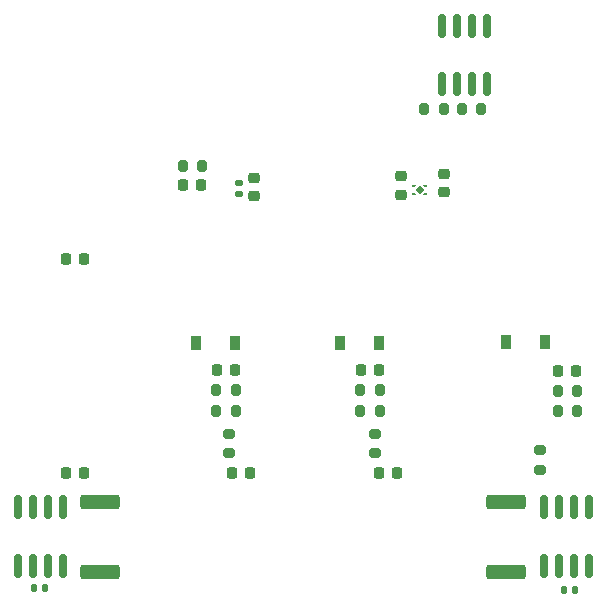
<source format=gbp>
G04 #@! TF.GenerationSoftware,KiCad,Pcbnew,(6.0.2)*
G04 #@! TF.CreationDate,2022-07-31T17:20:06+02:00*
G04 #@! TF.ProjectId,progetto_motor_controller,70726f67-6574-4746-9f5f-6d6f746f725f,rev?*
G04 #@! TF.SameCoordinates,Original*
G04 #@! TF.FileFunction,Paste,Bot*
G04 #@! TF.FilePolarity,Positive*
%FSLAX46Y46*%
G04 Gerber Fmt 4.6, Leading zero omitted, Abs format (unit mm)*
G04 Created by KiCad (PCBNEW (6.0.2)) date 2022-07-31 17:20:06*
%MOMM*%
%LPD*%
G01*
G04 APERTURE LIST*
G04 Aperture macros list*
%AMRoundRect*
0 Rectangle with rounded corners*
0 $1 Rounding radius*
0 $2 $3 $4 $5 $6 $7 $8 $9 X,Y pos of 4 corners*
0 Add a 4 corners polygon primitive as box body*
4,1,4,$2,$3,$4,$5,$6,$7,$8,$9,$2,$3,0*
0 Add four circle primitives for the rounded corners*
1,1,$1+$1,$2,$3*
1,1,$1+$1,$4,$5*
1,1,$1+$1,$6,$7*
1,1,$1+$1,$8,$9*
0 Add four rect primitives between the rounded corners*
20,1,$1+$1,$2,$3,$4,$5,0*
20,1,$1+$1,$4,$5,$6,$7,0*
20,1,$1+$1,$6,$7,$8,$9,0*
20,1,$1+$1,$8,$9,$2,$3,0*%
%AMRotRect*
0 Rectangle, with rotation*
0 The origin of the aperture is its center*
0 $1 length*
0 $2 width*
0 $3 Rotation angle, in degrees counterclockwise*
0 Add horizontal line*
21,1,$1,$2,0,0,$3*%
%AMFreePoly0*
4,1,6,0.270000,-0.070500,0.270000,-0.105000,-0.090000,-0.105000,-0.090000,0.105000,0.090000,0.105000,0.270000,-0.070500,0.270000,-0.070500,$1*%
%AMFreePoly1*
4,1,6,0.090000,-0.105000,-0.270000,-0.105000,-0.270000,-0.070500,-0.090000,0.105000,0.090000,0.105000,0.090000,-0.105000,0.090000,-0.105000,$1*%
G04 Aperture macros list end*
%ADD10RoundRect,0.225000X0.225000X0.250000X-0.225000X0.250000X-0.225000X-0.250000X0.225000X-0.250000X0*%
%ADD11RoundRect,0.225000X0.250000X-0.225000X0.250000X0.225000X-0.250000X0.225000X-0.250000X-0.225000X0*%
%ADD12RoundRect,0.250000X1.425000X-0.362500X1.425000X0.362500X-1.425000X0.362500X-1.425000X-0.362500X0*%
%ADD13R,0.900000X1.200000*%
%ADD14RoundRect,0.150000X-0.150000X0.825000X-0.150000X-0.825000X0.150000X-0.825000X0.150000X0.825000X0*%
%ADD15RoundRect,0.200000X-0.200000X-0.275000X0.200000X-0.275000X0.200000X0.275000X-0.200000X0.275000X0*%
%ADD16RoundRect,0.200000X0.200000X0.275000X-0.200000X0.275000X-0.200000X-0.275000X0.200000X-0.275000X0*%
%ADD17RoundRect,0.200000X0.275000X-0.200000X0.275000X0.200000X-0.275000X0.200000X-0.275000X-0.200000X0*%
%ADD18FreePoly0,0.000000*%
%ADD19FreePoly1,180.000000*%
%ADD20FreePoly0,180.000000*%
%ADD21FreePoly1,0.000000*%
%ADD22RotRect,0.480000X0.480000X315.000000*%
%ADD23RoundRect,0.150000X0.150000X-0.825000X0.150000X0.825000X-0.150000X0.825000X-0.150000X-0.825000X0*%
%ADD24RoundRect,0.225000X-0.225000X-0.250000X0.225000X-0.250000X0.225000X0.250000X-0.225000X0.250000X0*%
%ADD25RoundRect,0.140000X0.140000X0.170000X-0.140000X0.170000X-0.140000X-0.170000X0.140000X-0.170000X0*%
%ADD26RoundRect,0.140000X-0.140000X-0.170000X0.140000X-0.170000X0.140000X0.170000X-0.140000X0.170000X0*%
%ADD27RoundRect,0.140000X0.170000X-0.140000X0.170000X0.140000X-0.170000X0.140000X-0.170000X-0.140000X0*%
G04 APERTURE END LIST*
D10*
X122475000Y-116400000D03*
X120925000Y-116400000D03*
D11*
X128000000Y-101375000D03*
X128000000Y-99825000D03*
D12*
X98800000Y-133512500D03*
X98800000Y-127587500D03*
D10*
X123975000Y-125150000D03*
X122425000Y-125150000D03*
D13*
X110250000Y-114150000D03*
X106950000Y-114150000D03*
X136550000Y-114050000D03*
X133250000Y-114050000D03*
D11*
X111900000Y-101725000D03*
X111900000Y-100175000D03*
D14*
X136395000Y-128075000D03*
X137665000Y-128075000D03*
X138935000Y-128075000D03*
X140205000Y-128075000D03*
X140205000Y-133025000D03*
X138935000Y-133025000D03*
X137665000Y-133025000D03*
X136395000Y-133025000D03*
D15*
X105825000Y-99150000D03*
X107475000Y-99150000D03*
D16*
X122525000Y-119900000D03*
X120875000Y-119900000D03*
D15*
X129475000Y-94350000D03*
X131125000Y-94350000D03*
D10*
X139175000Y-116550000D03*
X137625000Y-116550000D03*
X111550000Y-125150000D03*
X110000000Y-125150000D03*
D17*
X109800000Y-123475000D03*
X109800000Y-121825000D03*
D15*
X126275000Y-94350000D03*
X127925000Y-94350000D03*
D16*
X110325000Y-119900000D03*
X108675000Y-119900000D03*
D11*
X124300000Y-101600000D03*
X124300000Y-100050000D03*
D18*
X125380000Y-101525000D03*
D19*
X125380000Y-100875000D03*
D20*
X126420000Y-100875000D03*
D21*
X126420000Y-101525000D03*
D22*
X125900000Y-101200000D03*
D15*
X137575000Y-119950000D03*
X139225000Y-119950000D03*
D16*
X122525000Y-118150000D03*
X120875000Y-118150000D03*
D12*
X133200000Y-133512500D03*
X133200000Y-127587500D03*
D17*
X122150000Y-123475000D03*
X122150000Y-121825000D03*
D23*
X131605000Y-92225000D03*
X130335000Y-92225000D03*
X129065000Y-92225000D03*
X127795000Y-92225000D03*
X127795000Y-87275000D03*
X129065000Y-87275000D03*
X130335000Y-87275000D03*
X131605000Y-87275000D03*
D24*
X95975000Y-107000000D03*
X97525000Y-107000000D03*
D25*
X139080000Y-135050000D03*
X138120000Y-135050000D03*
D26*
X93240000Y-134900000D03*
X94200000Y-134900000D03*
D17*
X136100000Y-124875000D03*
X136100000Y-123225000D03*
D14*
X91895000Y-128075000D03*
X93165000Y-128075000D03*
X94435000Y-128075000D03*
X95705000Y-128075000D03*
X95705000Y-133025000D03*
X94435000Y-133025000D03*
X93165000Y-133025000D03*
X91895000Y-133025000D03*
D10*
X110300000Y-116400000D03*
X108750000Y-116400000D03*
D16*
X110325000Y-118150000D03*
X108675000Y-118150000D03*
D13*
X122450000Y-114150000D03*
X119150000Y-114150000D03*
D10*
X107425000Y-100800000D03*
X105875000Y-100800000D03*
D27*
X110600000Y-101530000D03*
X110600000Y-100570000D03*
D10*
X97475000Y-125150000D03*
X95925000Y-125150000D03*
D15*
X137575000Y-118250000D03*
X139225000Y-118250000D03*
M02*

</source>
